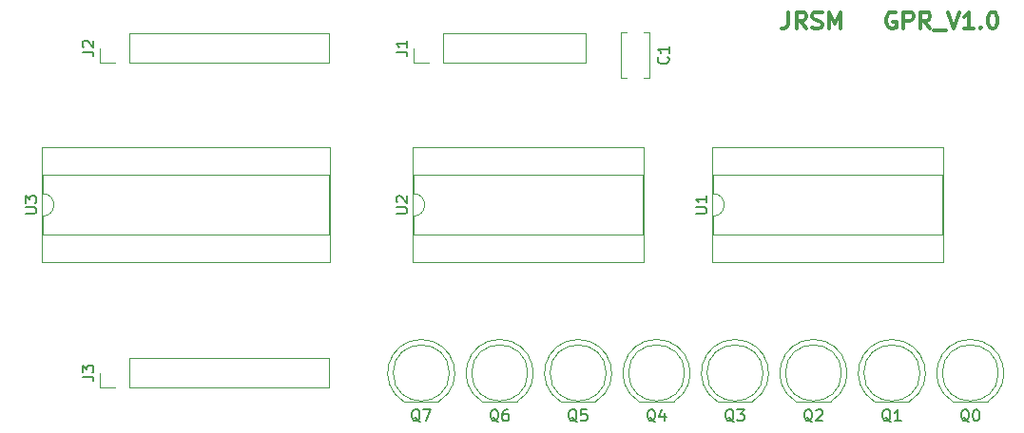
<source format=gto>
G04 #@! TF.FileFunction,Legend,Top*
%FSLAX46Y46*%
G04 Gerber Fmt 4.6, Leading zero omitted, Abs format (unit mm)*
G04 Created by KiCad (PCBNEW 4.0.7-e2-6376~58~ubuntu16.04.1) date Tue Jun 12 19:08:58 2018*
%MOMM*%
%LPD*%
G01*
G04 APERTURE LIST*
%ADD10C,0.100000*%
%ADD11C,0.300000*%
%ADD12C,0.120000*%
%ADD13C,0.150000*%
G04 APERTURE END LIST*
D10*
D11*
X155912858Y-90817000D02*
X155770001Y-90745571D01*
X155555715Y-90745571D01*
X155341430Y-90817000D01*
X155198572Y-90959857D01*
X155127144Y-91102714D01*
X155055715Y-91388429D01*
X155055715Y-91602714D01*
X155127144Y-91888429D01*
X155198572Y-92031286D01*
X155341430Y-92174143D01*
X155555715Y-92245571D01*
X155698572Y-92245571D01*
X155912858Y-92174143D01*
X155984287Y-92102714D01*
X155984287Y-91602714D01*
X155698572Y-91602714D01*
X156627144Y-92245571D02*
X156627144Y-90745571D01*
X157198572Y-90745571D01*
X157341430Y-90817000D01*
X157412858Y-90888429D01*
X157484287Y-91031286D01*
X157484287Y-91245571D01*
X157412858Y-91388429D01*
X157341430Y-91459857D01*
X157198572Y-91531286D01*
X156627144Y-91531286D01*
X158984287Y-92245571D02*
X158484287Y-91531286D01*
X158127144Y-92245571D02*
X158127144Y-90745571D01*
X158698572Y-90745571D01*
X158841430Y-90817000D01*
X158912858Y-90888429D01*
X158984287Y-91031286D01*
X158984287Y-91245571D01*
X158912858Y-91388429D01*
X158841430Y-91459857D01*
X158698572Y-91531286D01*
X158127144Y-91531286D01*
X159270001Y-92388429D02*
X160412858Y-92388429D01*
X160555715Y-90745571D02*
X161055715Y-92245571D01*
X161555715Y-90745571D01*
X162841429Y-92245571D02*
X161984286Y-92245571D01*
X162412858Y-92245571D02*
X162412858Y-90745571D01*
X162270001Y-90959857D01*
X162127143Y-91102714D01*
X161984286Y-91174143D01*
X163484286Y-92102714D02*
X163555714Y-92174143D01*
X163484286Y-92245571D01*
X163412857Y-92174143D01*
X163484286Y-92102714D01*
X163484286Y-92245571D01*
X164484286Y-90745571D02*
X164627143Y-90745571D01*
X164770000Y-90817000D01*
X164841429Y-90888429D01*
X164912858Y-91031286D01*
X164984286Y-91317000D01*
X164984286Y-91674143D01*
X164912858Y-91959857D01*
X164841429Y-92102714D01*
X164770000Y-92174143D01*
X164627143Y-92245571D01*
X164484286Y-92245571D01*
X164341429Y-92174143D01*
X164270000Y-92102714D01*
X164198572Y-91959857D01*
X164127143Y-91674143D01*
X164127143Y-91317000D01*
X164198572Y-91031286D01*
X164270000Y-90888429D01*
X164341429Y-90817000D01*
X164484286Y-90745571D01*
X146355857Y-90745571D02*
X146355857Y-91817000D01*
X146284429Y-92031286D01*
X146141572Y-92174143D01*
X145927286Y-92245571D01*
X145784429Y-92245571D01*
X147927286Y-92245571D02*
X147427286Y-91531286D01*
X147070143Y-92245571D02*
X147070143Y-90745571D01*
X147641571Y-90745571D01*
X147784429Y-90817000D01*
X147855857Y-90888429D01*
X147927286Y-91031286D01*
X147927286Y-91245571D01*
X147855857Y-91388429D01*
X147784429Y-91459857D01*
X147641571Y-91531286D01*
X147070143Y-91531286D01*
X148498714Y-92174143D02*
X148713000Y-92245571D01*
X149070143Y-92245571D01*
X149213000Y-92174143D01*
X149284429Y-92102714D01*
X149355857Y-91959857D01*
X149355857Y-91817000D01*
X149284429Y-91674143D01*
X149213000Y-91602714D01*
X149070143Y-91531286D01*
X148784429Y-91459857D01*
X148641571Y-91388429D01*
X148570143Y-91317000D01*
X148498714Y-91174143D01*
X148498714Y-91031286D01*
X148570143Y-90888429D01*
X148641571Y-90817000D01*
X148784429Y-90745571D01*
X149141571Y-90745571D01*
X149355857Y-90817000D01*
X149998714Y-92245571D02*
X149998714Y-90745571D01*
X150498714Y-91817000D01*
X150998714Y-90745571D01*
X150998714Y-92245571D01*
D12*
X139640000Y-106950000D02*
G75*
G02X139640000Y-108950000I0J-1000000D01*
G01*
X139640000Y-108950000D02*
X139640000Y-110600000D01*
X139640000Y-110600000D02*
X160080000Y-110600000D01*
X160080000Y-110600000D02*
X160080000Y-105300000D01*
X160080000Y-105300000D02*
X139640000Y-105300000D01*
X139640000Y-105300000D02*
X139640000Y-106950000D01*
X139580000Y-113090000D02*
X160140000Y-113090000D01*
X160140000Y-113090000D02*
X160140000Y-102810000D01*
X160140000Y-102810000D02*
X139580000Y-102810000D01*
X139580000Y-102810000D02*
X139580000Y-113090000D01*
X134025000Y-92535000D02*
X134025000Y-96655000D01*
X131405000Y-92535000D02*
X131405000Y-96655000D01*
X134025000Y-92535000D02*
X133465000Y-92535000D01*
X131965000Y-92535000D02*
X131405000Y-92535000D01*
X134025000Y-96655000D02*
X133465000Y-96655000D01*
X131965000Y-96655000D02*
X131405000Y-96655000D01*
X128330000Y-95310000D02*
X128330000Y-92650000D01*
X115570000Y-95310000D02*
X128330000Y-95310000D01*
X115570000Y-92650000D02*
X128330000Y-92650000D01*
X115570000Y-95310000D02*
X115570000Y-92650000D01*
X114300000Y-95310000D02*
X112970000Y-95310000D01*
X112970000Y-95310000D02*
X112970000Y-93980000D01*
X105470000Y-95310000D02*
X105470000Y-92650000D01*
X87630000Y-95310000D02*
X105470000Y-95310000D01*
X87630000Y-92650000D02*
X105470000Y-92650000D01*
X87630000Y-95310000D02*
X87630000Y-92650000D01*
X86360000Y-95310000D02*
X85030000Y-95310000D01*
X85030000Y-95310000D02*
X85030000Y-93980000D01*
X105470000Y-124266000D02*
X105470000Y-121606000D01*
X87630000Y-124266000D02*
X105470000Y-124266000D01*
X87630000Y-121606000D02*
X105470000Y-121606000D01*
X87630000Y-124266000D02*
X87630000Y-121606000D01*
X86360000Y-124266000D02*
X85030000Y-124266000D01*
X85030000Y-124266000D02*
X85030000Y-122936000D01*
X112970000Y-106950000D02*
G75*
G02X112970000Y-108950000I0J-1000000D01*
G01*
X112970000Y-108950000D02*
X112970000Y-110600000D01*
X112970000Y-110600000D02*
X133410000Y-110600000D01*
X133410000Y-110600000D02*
X133410000Y-105300000D01*
X133410000Y-105300000D02*
X112970000Y-105300000D01*
X112970000Y-105300000D02*
X112970000Y-106950000D01*
X112910000Y-113090000D02*
X133470000Y-113090000D01*
X133470000Y-113090000D02*
X133470000Y-102810000D01*
X133470000Y-102810000D02*
X112910000Y-102810000D01*
X112910000Y-102810000D02*
X112910000Y-113090000D01*
X79950000Y-106950000D02*
G75*
G02X79950000Y-108950000I0J-1000000D01*
G01*
X79950000Y-108950000D02*
X79950000Y-110600000D01*
X79950000Y-110600000D02*
X105470000Y-110600000D01*
X105470000Y-110600000D02*
X105470000Y-105300000D01*
X105470000Y-105300000D02*
X79950000Y-105300000D01*
X79950000Y-105300000D02*
X79950000Y-106950000D01*
X79890000Y-113090000D02*
X105530000Y-113090000D01*
X105530000Y-113090000D02*
X105530000Y-102810000D01*
X105530000Y-102810000D02*
X79890000Y-102810000D01*
X79890000Y-102810000D02*
X79890000Y-113090000D01*
X141605462Y-119946000D02*
G75*
G03X140060170Y-125496000I-462J-2990000D01*
G01*
X141604538Y-119946000D02*
G75*
G02X143149830Y-125496000I462J-2990000D01*
G01*
X144105000Y-122936000D02*
G75*
G03X144105000Y-122936000I-2500000J0D01*
G01*
X140060000Y-125496000D02*
X143150000Y-125496000D01*
X134620462Y-119946000D02*
G75*
G03X133075170Y-125496000I-462J-2990000D01*
G01*
X134619538Y-119946000D02*
G75*
G02X136164830Y-125496000I462J-2990000D01*
G01*
X137120000Y-122936000D02*
G75*
G03X137120000Y-122936000I-2500000J0D01*
G01*
X133075000Y-125496000D02*
X136165000Y-125496000D01*
X148590462Y-119946000D02*
G75*
G03X147045170Y-125496000I-462J-2990000D01*
G01*
X148589538Y-119946000D02*
G75*
G02X150134830Y-125496000I462J-2990000D01*
G01*
X151090000Y-122936000D02*
G75*
G03X151090000Y-122936000I-2500000J0D01*
G01*
X147045000Y-125496000D02*
X150135000Y-125496000D01*
X127635462Y-119946000D02*
G75*
G03X126090170Y-125496000I-462J-2990000D01*
G01*
X127634538Y-119946000D02*
G75*
G02X129179830Y-125496000I462J-2990000D01*
G01*
X130135000Y-122936000D02*
G75*
G03X130135000Y-122936000I-2500000J0D01*
G01*
X126090000Y-125496000D02*
X129180000Y-125496000D01*
X155575462Y-119946000D02*
G75*
G03X154030170Y-125496000I-462J-2990000D01*
G01*
X155574538Y-119946000D02*
G75*
G02X157119830Y-125496000I462J-2990000D01*
G01*
X158075000Y-122936000D02*
G75*
G03X158075000Y-122936000I-2500000J0D01*
G01*
X154030000Y-125496000D02*
X157120000Y-125496000D01*
X120650462Y-119946000D02*
G75*
G03X119105170Y-125496000I-462J-2990000D01*
G01*
X120649538Y-119946000D02*
G75*
G02X122194830Y-125496000I462J-2990000D01*
G01*
X123150000Y-122936000D02*
G75*
G03X123150000Y-122936000I-2500000J0D01*
G01*
X119105000Y-125496000D02*
X122195000Y-125496000D01*
X162560462Y-119946000D02*
G75*
G03X161015170Y-125496000I-462J-2990000D01*
G01*
X162559538Y-119946000D02*
G75*
G02X164104830Y-125496000I462J-2990000D01*
G01*
X165060000Y-122936000D02*
G75*
G03X165060000Y-122936000I-2500000J0D01*
G01*
X161015000Y-125496000D02*
X164105000Y-125496000D01*
X113665462Y-119946000D02*
G75*
G03X112120170Y-125496000I-462J-2990000D01*
G01*
X113664538Y-119946000D02*
G75*
G02X115209830Y-125496000I462J-2990000D01*
G01*
X116165000Y-122936000D02*
G75*
G03X116165000Y-122936000I-2500000J0D01*
G01*
X112120000Y-125496000D02*
X115210000Y-125496000D01*
D13*
X138092381Y-108711905D02*
X138901905Y-108711905D01*
X138997143Y-108664286D01*
X139044762Y-108616667D01*
X139092381Y-108521429D01*
X139092381Y-108330952D01*
X139044762Y-108235714D01*
X138997143Y-108188095D01*
X138901905Y-108140476D01*
X138092381Y-108140476D01*
X139092381Y-107140476D02*
X139092381Y-107711905D01*
X139092381Y-107426191D02*
X138092381Y-107426191D01*
X138235238Y-107521429D01*
X138330476Y-107616667D01*
X138378095Y-107711905D01*
X135632143Y-94761666D02*
X135679762Y-94809285D01*
X135727381Y-94952142D01*
X135727381Y-95047380D01*
X135679762Y-95190238D01*
X135584524Y-95285476D01*
X135489286Y-95333095D01*
X135298810Y-95380714D01*
X135155952Y-95380714D01*
X134965476Y-95333095D01*
X134870238Y-95285476D01*
X134775000Y-95190238D01*
X134727381Y-95047380D01*
X134727381Y-94952142D01*
X134775000Y-94809285D01*
X134822619Y-94761666D01*
X135727381Y-93809285D02*
X135727381Y-94380714D01*
X135727381Y-94095000D02*
X134727381Y-94095000D01*
X134870238Y-94190238D01*
X134965476Y-94285476D01*
X135013095Y-94380714D01*
X111422381Y-94313333D02*
X112136667Y-94313333D01*
X112279524Y-94360953D01*
X112374762Y-94456191D01*
X112422381Y-94599048D01*
X112422381Y-94694286D01*
X112422381Y-93313333D02*
X112422381Y-93884762D01*
X112422381Y-93599048D02*
X111422381Y-93599048D01*
X111565238Y-93694286D01*
X111660476Y-93789524D01*
X111708095Y-93884762D01*
X83482381Y-94313333D02*
X84196667Y-94313333D01*
X84339524Y-94360953D01*
X84434762Y-94456191D01*
X84482381Y-94599048D01*
X84482381Y-94694286D01*
X83577619Y-93884762D02*
X83530000Y-93837143D01*
X83482381Y-93741905D01*
X83482381Y-93503809D01*
X83530000Y-93408571D01*
X83577619Y-93360952D01*
X83672857Y-93313333D01*
X83768095Y-93313333D01*
X83910952Y-93360952D01*
X84482381Y-93932381D01*
X84482381Y-93313333D01*
X83482381Y-123269333D02*
X84196667Y-123269333D01*
X84339524Y-123316953D01*
X84434762Y-123412191D01*
X84482381Y-123555048D01*
X84482381Y-123650286D01*
X83482381Y-122888381D02*
X83482381Y-122269333D01*
X83863333Y-122602667D01*
X83863333Y-122459809D01*
X83910952Y-122364571D01*
X83958571Y-122316952D01*
X84053810Y-122269333D01*
X84291905Y-122269333D01*
X84387143Y-122316952D01*
X84434762Y-122364571D01*
X84482381Y-122459809D01*
X84482381Y-122745524D01*
X84434762Y-122840762D01*
X84387143Y-122888381D01*
X111422381Y-108711905D02*
X112231905Y-108711905D01*
X112327143Y-108664286D01*
X112374762Y-108616667D01*
X112422381Y-108521429D01*
X112422381Y-108330952D01*
X112374762Y-108235714D01*
X112327143Y-108188095D01*
X112231905Y-108140476D01*
X111422381Y-108140476D01*
X111517619Y-107711905D02*
X111470000Y-107664286D01*
X111422381Y-107569048D01*
X111422381Y-107330952D01*
X111470000Y-107235714D01*
X111517619Y-107188095D01*
X111612857Y-107140476D01*
X111708095Y-107140476D01*
X111850952Y-107188095D01*
X112422381Y-107759524D01*
X112422381Y-107140476D01*
X78402381Y-108711905D02*
X79211905Y-108711905D01*
X79307143Y-108664286D01*
X79354762Y-108616667D01*
X79402381Y-108521429D01*
X79402381Y-108330952D01*
X79354762Y-108235714D01*
X79307143Y-108188095D01*
X79211905Y-108140476D01*
X78402381Y-108140476D01*
X78402381Y-107759524D02*
X78402381Y-107140476D01*
X78783333Y-107473810D01*
X78783333Y-107330952D01*
X78830952Y-107235714D01*
X78878571Y-107188095D01*
X78973810Y-107140476D01*
X79211905Y-107140476D01*
X79307143Y-107188095D01*
X79354762Y-107235714D01*
X79402381Y-107330952D01*
X79402381Y-107616667D01*
X79354762Y-107711905D01*
X79307143Y-107759524D01*
X141509762Y-127293619D02*
X141414524Y-127246000D01*
X141319286Y-127150762D01*
X141176429Y-127007905D01*
X141081190Y-126960286D01*
X140985952Y-126960286D01*
X141033571Y-127198381D02*
X140938333Y-127150762D01*
X140843095Y-127055524D01*
X140795476Y-126865048D01*
X140795476Y-126531714D01*
X140843095Y-126341238D01*
X140938333Y-126246000D01*
X141033571Y-126198381D01*
X141224048Y-126198381D01*
X141319286Y-126246000D01*
X141414524Y-126341238D01*
X141462143Y-126531714D01*
X141462143Y-126865048D01*
X141414524Y-127055524D01*
X141319286Y-127150762D01*
X141224048Y-127198381D01*
X141033571Y-127198381D01*
X141795476Y-126198381D02*
X142414524Y-126198381D01*
X142081190Y-126579333D01*
X142224048Y-126579333D01*
X142319286Y-126626952D01*
X142366905Y-126674571D01*
X142414524Y-126769810D01*
X142414524Y-127007905D01*
X142366905Y-127103143D01*
X142319286Y-127150762D01*
X142224048Y-127198381D01*
X141938333Y-127198381D01*
X141843095Y-127150762D01*
X141795476Y-127103143D01*
X134524762Y-127293619D02*
X134429524Y-127246000D01*
X134334286Y-127150762D01*
X134191429Y-127007905D01*
X134096190Y-126960286D01*
X134000952Y-126960286D01*
X134048571Y-127198381D02*
X133953333Y-127150762D01*
X133858095Y-127055524D01*
X133810476Y-126865048D01*
X133810476Y-126531714D01*
X133858095Y-126341238D01*
X133953333Y-126246000D01*
X134048571Y-126198381D01*
X134239048Y-126198381D01*
X134334286Y-126246000D01*
X134429524Y-126341238D01*
X134477143Y-126531714D01*
X134477143Y-126865048D01*
X134429524Y-127055524D01*
X134334286Y-127150762D01*
X134239048Y-127198381D01*
X134048571Y-127198381D01*
X135334286Y-126531714D02*
X135334286Y-127198381D01*
X135096190Y-126150762D02*
X134858095Y-126865048D01*
X135477143Y-126865048D01*
X148494762Y-127293619D02*
X148399524Y-127246000D01*
X148304286Y-127150762D01*
X148161429Y-127007905D01*
X148066190Y-126960286D01*
X147970952Y-126960286D01*
X148018571Y-127198381D02*
X147923333Y-127150762D01*
X147828095Y-127055524D01*
X147780476Y-126865048D01*
X147780476Y-126531714D01*
X147828095Y-126341238D01*
X147923333Y-126246000D01*
X148018571Y-126198381D01*
X148209048Y-126198381D01*
X148304286Y-126246000D01*
X148399524Y-126341238D01*
X148447143Y-126531714D01*
X148447143Y-126865048D01*
X148399524Y-127055524D01*
X148304286Y-127150762D01*
X148209048Y-127198381D01*
X148018571Y-127198381D01*
X148828095Y-126293619D02*
X148875714Y-126246000D01*
X148970952Y-126198381D01*
X149209048Y-126198381D01*
X149304286Y-126246000D01*
X149351905Y-126293619D01*
X149399524Y-126388857D01*
X149399524Y-126484095D01*
X149351905Y-126626952D01*
X148780476Y-127198381D01*
X149399524Y-127198381D01*
X127539762Y-127293619D02*
X127444524Y-127246000D01*
X127349286Y-127150762D01*
X127206429Y-127007905D01*
X127111190Y-126960286D01*
X127015952Y-126960286D01*
X127063571Y-127198381D02*
X126968333Y-127150762D01*
X126873095Y-127055524D01*
X126825476Y-126865048D01*
X126825476Y-126531714D01*
X126873095Y-126341238D01*
X126968333Y-126246000D01*
X127063571Y-126198381D01*
X127254048Y-126198381D01*
X127349286Y-126246000D01*
X127444524Y-126341238D01*
X127492143Y-126531714D01*
X127492143Y-126865048D01*
X127444524Y-127055524D01*
X127349286Y-127150762D01*
X127254048Y-127198381D01*
X127063571Y-127198381D01*
X128396905Y-126198381D02*
X127920714Y-126198381D01*
X127873095Y-126674571D01*
X127920714Y-126626952D01*
X128015952Y-126579333D01*
X128254048Y-126579333D01*
X128349286Y-126626952D01*
X128396905Y-126674571D01*
X128444524Y-126769810D01*
X128444524Y-127007905D01*
X128396905Y-127103143D01*
X128349286Y-127150762D01*
X128254048Y-127198381D01*
X128015952Y-127198381D01*
X127920714Y-127150762D01*
X127873095Y-127103143D01*
X155479762Y-127293619D02*
X155384524Y-127246000D01*
X155289286Y-127150762D01*
X155146429Y-127007905D01*
X155051190Y-126960286D01*
X154955952Y-126960286D01*
X155003571Y-127198381D02*
X154908333Y-127150762D01*
X154813095Y-127055524D01*
X154765476Y-126865048D01*
X154765476Y-126531714D01*
X154813095Y-126341238D01*
X154908333Y-126246000D01*
X155003571Y-126198381D01*
X155194048Y-126198381D01*
X155289286Y-126246000D01*
X155384524Y-126341238D01*
X155432143Y-126531714D01*
X155432143Y-126865048D01*
X155384524Y-127055524D01*
X155289286Y-127150762D01*
X155194048Y-127198381D01*
X155003571Y-127198381D01*
X156384524Y-127198381D02*
X155813095Y-127198381D01*
X156098809Y-127198381D02*
X156098809Y-126198381D01*
X156003571Y-126341238D01*
X155908333Y-126436476D01*
X155813095Y-126484095D01*
X120554762Y-127293619D02*
X120459524Y-127246000D01*
X120364286Y-127150762D01*
X120221429Y-127007905D01*
X120126190Y-126960286D01*
X120030952Y-126960286D01*
X120078571Y-127198381D02*
X119983333Y-127150762D01*
X119888095Y-127055524D01*
X119840476Y-126865048D01*
X119840476Y-126531714D01*
X119888095Y-126341238D01*
X119983333Y-126246000D01*
X120078571Y-126198381D01*
X120269048Y-126198381D01*
X120364286Y-126246000D01*
X120459524Y-126341238D01*
X120507143Y-126531714D01*
X120507143Y-126865048D01*
X120459524Y-127055524D01*
X120364286Y-127150762D01*
X120269048Y-127198381D01*
X120078571Y-127198381D01*
X121364286Y-126198381D02*
X121173809Y-126198381D01*
X121078571Y-126246000D01*
X121030952Y-126293619D01*
X120935714Y-126436476D01*
X120888095Y-126626952D01*
X120888095Y-127007905D01*
X120935714Y-127103143D01*
X120983333Y-127150762D01*
X121078571Y-127198381D01*
X121269048Y-127198381D01*
X121364286Y-127150762D01*
X121411905Y-127103143D01*
X121459524Y-127007905D01*
X121459524Y-126769810D01*
X121411905Y-126674571D01*
X121364286Y-126626952D01*
X121269048Y-126579333D01*
X121078571Y-126579333D01*
X120983333Y-126626952D01*
X120935714Y-126674571D01*
X120888095Y-126769810D01*
X162464762Y-127293619D02*
X162369524Y-127246000D01*
X162274286Y-127150762D01*
X162131429Y-127007905D01*
X162036190Y-126960286D01*
X161940952Y-126960286D01*
X161988571Y-127198381D02*
X161893333Y-127150762D01*
X161798095Y-127055524D01*
X161750476Y-126865048D01*
X161750476Y-126531714D01*
X161798095Y-126341238D01*
X161893333Y-126246000D01*
X161988571Y-126198381D01*
X162179048Y-126198381D01*
X162274286Y-126246000D01*
X162369524Y-126341238D01*
X162417143Y-126531714D01*
X162417143Y-126865048D01*
X162369524Y-127055524D01*
X162274286Y-127150762D01*
X162179048Y-127198381D01*
X161988571Y-127198381D01*
X163036190Y-126198381D02*
X163131429Y-126198381D01*
X163226667Y-126246000D01*
X163274286Y-126293619D01*
X163321905Y-126388857D01*
X163369524Y-126579333D01*
X163369524Y-126817429D01*
X163321905Y-127007905D01*
X163274286Y-127103143D01*
X163226667Y-127150762D01*
X163131429Y-127198381D01*
X163036190Y-127198381D01*
X162940952Y-127150762D01*
X162893333Y-127103143D01*
X162845714Y-127007905D01*
X162798095Y-126817429D01*
X162798095Y-126579333D01*
X162845714Y-126388857D01*
X162893333Y-126293619D01*
X162940952Y-126246000D01*
X163036190Y-126198381D01*
X113569762Y-127293619D02*
X113474524Y-127246000D01*
X113379286Y-127150762D01*
X113236429Y-127007905D01*
X113141190Y-126960286D01*
X113045952Y-126960286D01*
X113093571Y-127198381D02*
X112998333Y-127150762D01*
X112903095Y-127055524D01*
X112855476Y-126865048D01*
X112855476Y-126531714D01*
X112903095Y-126341238D01*
X112998333Y-126246000D01*
X113093571Y-126198381D01*
X113284048Y-126198381D01*
X113379286Y-126246000D01*
X113474524Y-126341238D01*
X113522143Y-126531714D01*
X113522143Y-126865048D01*
X113474524Y-127055524D01*
X113379286Y-127150762D01*
X113284048Y-127198381D01*
X113093571Y-127198381D01*
X113855476Y-126198381D02*
X114522143Y-126198381D01*
X114093571Y-127198381D01*
M02*

</source>
